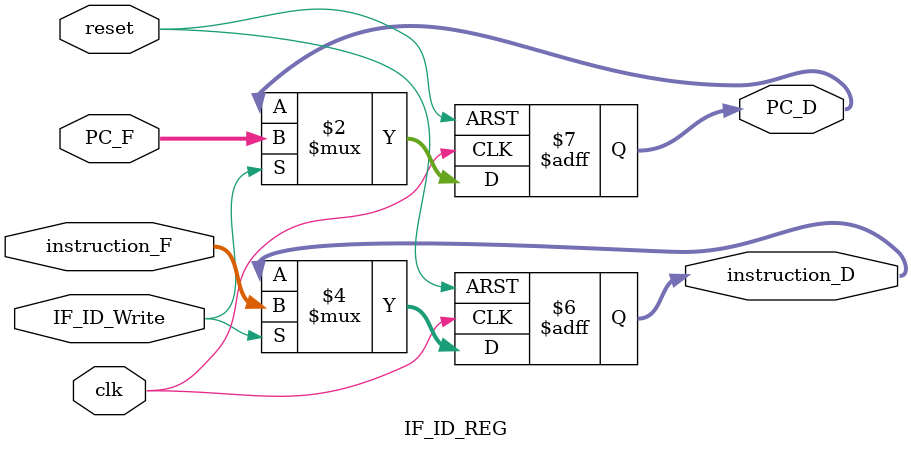
<source format=v>
module IF_ID_REG (
    input             clk,
    input             reset,
    input             IF_ID_Write,    // Control signal from HDU
    input      [63:0] PC_F,
    input      [31:0] instruction_F,
    output reg [31:0] instruction_D,
    output reg [63:0] PC_D
);

  always @(posedge clk or posedge reset) begin
    if (reset) begin
      PC_D <= 64'd0;
      instruction_D <= 32'd0;
    end else if (IF_ID_Write) begin
      PC_D <= PC_F;
      instruction_D <= instruction_F;
    end
  end
endmodule

</source>
